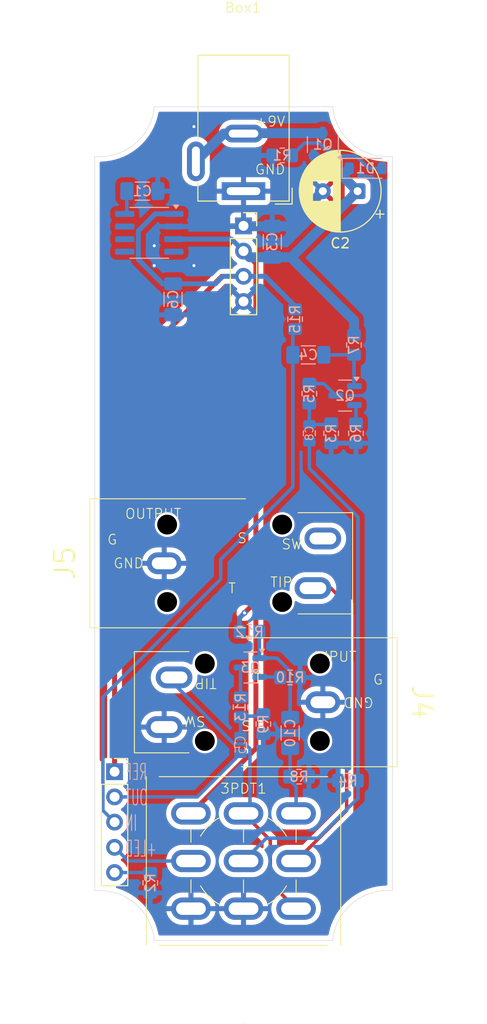
<source format=kicad_pcb>
(kicad_pcb (version 20241229) (generator "pcbnew") (generator_version "9.0")
  (layers (0 "F.Cu" jumper) (2 "B.Cu" signal) (13 "F.Paste" user) (15 "B.Paste" user) (5 "F.SilkS" user "F.Silkscreen") (7 "B.SilkS" user "B.Silkscreen") (1 "F.Mask" user) (3 "B.Mask" user) (25 "Edge.Cuts" user))
  (net 0 "")
  (net 1 "VIN")
  (net 2 "Net-(U1-NOISE_REDUCTION)")
  (net 3 "GND")
  (net 4 "IN^{EFF}")
  (net 5 "GNDREF")
  (net 6 "IN^{RAW}")
  (net 7 "OUT^{RAW}")
  (net 8 "Net-(D1-A)")
  (net 9 "Net-(Q2-D)")
  (net 10 "IN^{CONN}")
  (net 11 "Net-(C8-Pad2)")
  (net 12 "LED+")
  (net 13 "OUT^{CONN}")
  (net 14 "Net-(C5-Pad2)")
  (net 15 "OUT^{EFF}")
  (net 16 "LED-")
  (net 22 "PWRIN")
  (net 23 "Net-(Q3-D)")
  (net 24 "Net-(Q2-S)")
  (net 25 "Net-(Q2-G)")
  (net 26 "Net-(Q3-S)")
  (net 27 "Net-(Q3-G)")
  (footprint "Connector_BarrelJack:BarrelJack_Wuerth_6941xx301002" (layer "F.Cu") (at 100 66.5 180)
    (property "Reference" "J3" (hide yes))
    (property "Value" "Barrel_Jack_Switch")
    (pad "1" thru_hole rect (at 0 0 180) (size 4.4 1.8) (drill oval 3.4 0.8) (layers "*.Cu" "*.Mask") (net 3 "GND"))
    (pad "2" thru_hole oval (at 0 5.8 180) (size 4 1.8) (drill oval 3 0.8) (layers "*.Cu" "*.Mask") (net 22 "PWRIN"))
    (pad "3" thru_hole oval (at 4.8 3 270) (size 4 1.8) (drill oval 3 0.8) (layers "*.Cu" "*.Mask") (net 22 "PWRIN"))
  )
  (footprint "Connector_PinSocket_2.54mm:PinSocket_1x04_P2.54mm_Vertical" (layer "F.Cu") (at 100 70)
    (property "Reference" "J1" (hide yes))
    (property "Value" "Conn_01x04_Pin")
    (pad "1" thru_hole rect (at 0 0) (size 1.7 1.7) (drill 1) (layers "*.Cu" "*.Mask") (net 3 "GND"))
    (pad "2" thru_hole circle (at 0 2.54) (size 1.7 1.7) (drill 1) (layers "*.Cu" "*.Mask") (net 1 "VIN"))
    (pad "3" thru_hole circle (at 0 5.08) (size 1.7 1.7) (drill 1) (layers "*.Cu" "*.Mask") (net 5 "GNDREF"))
    (pad "4" thru_hole circle (at 0 7.62) (size 1.7 1.7) (drill 1) (layers "*.Cu" "*.Mask") (net 3 "GND"))
  )
  (footprint "Connector_PinSocket_2.54mm:PinSocket_1x05_P2.54mm_Vertical" (layer "F.Cu") (at 87 125)
    (property "Reference" "J2" (hide yes))
    (property "Value" "Conn_01x05_Pin")
    (pad "1" thru_hole rect (at 0 0) (size 1.7 1.7) (drill 1) (layers "*.Cu" "*.Mask") (net 5 "GNDREF"))
    (pad "2" thru_hole circle (at 0 2.54) (size 1.7 1.7) (drill 1) (layers "*.Cu" "*.Mask") (net 15 "OUT^{EFF}"))
    (pad "3" thru_hole circle (at 0 5.08) (size 1.7 1.7) (drill 1) (layers "*.Cu" "*.Mask") (net 4 "IN^{EFF}"))
    (pad "4" thru_hole circle (at 0 7.62) (size 1.7 1.7) (drill 1) (layers "*.Cu" "*.Mask") (net 12 "LED+"))
    (pad "5" thru_hole circle (at 0 10.16) (size 1.7 1.7) (drill 1) (layers "*.Cu" "*.Mask") (net 16 "LED-"))
  )
  (footprint "Capacitor_THT:CP_Radial_D8.0mm_P3.50mm" (layer "F.Cu") (at 111.5 66.5 180)
    (property "Reference" "C2" (at 1.75 -5.25 0) (layer "F.SilkS"))
    (property "Value" "100uF")
    (pad "1" thru_hole roundrect (at 0 0 180) (size 1.6 1.6) (drill 0.8) (layers "*.Cu" "*.Mask") (roundrect_rratio 0.15625) (net 1 "VIN"))
    (pad "2" thru_hole circle (at 3.5 0 180) (size 1.6 1.6) (drill 0.8) (layers "*.Cu" "*.Mask") (net 3 "GND"))
  )
  (footprint "Mylib:1590A" (layer "F.Cu") (at 100 100)
    (property "Reference" "Box1" (at -0.05 -52 0) (layer "F.SilkS") (effects (font (thickness 0.1))))
    (property "Value" "1590A")
  )
  (footprint "Mylib:3PDT-Stomp-Switch" (layer "F.Cu") (at 100 134)
    (property "Reference" "3PDT1" (at 0 -7.3 0) (layer "F.SilkS") (effects (font (thickness 0.1))))
    (property "Value" "3PDT")
    (pad "1" thru_hole oval (at -5.3 -4.8) (size 4 2.25) (drill oval 3 1.25) (layers "*.Cu" "*.Mask") (net 1 "VIN"))
    (pad "2" thru_hole oval (at -5.3 0) (size 4 2.25) (drill oval 3 1.25) (layers "*.Cu" "*.Mask") (net 12 "LED+"))
    (pad "3" thru_hole oval (at -5.3 4.8) (size 4 2.25) (drill oval 3 1.25) (layers "*.Cu" "*.Mask") (net 3 "GND"))
    (pad "4" thru_hole oval (at 0 -4.8) (size 4 2.25) (drill oval 3 1.25) (layers "*.Cu" "*.Mask") (net 10 "IN^{CONN}"))
    (pad "5" thru_hole oval (at 0 0) (size 4 2.25) (drill oval 3 1.25) (layers "*.Cu" "*.Mask") (net 6 "IN^{RAW}"))
    (pad "6" thru_hole oval (at 0 4.8) (size 4 2.25) (drill oval 3 1.25) (layers "*.Cu" "*.Mask") (net 3 "GND"))
    (pad "7" thru_hole oval (at 5.3 -4.8) (size 4 2.25) (drill oval 3 1.25) (layers "*.Cu" "*.Mask") (net 7 "OUT^{RAW}"))
    (pad "8" thru_hole oval (at 5.3 0) (size 4 2.25) (drill oval 3 1.25) (layers "*.Cu" "*.Mask") (net 13 "OUT^{CONN}"))
    (pad "9" thru_hole oval (at 5.3 4.8) (size 4 2.25) (drill oval 3 1.25) (layers "*.Cu" "*.Mask") (net 10 "IN^{CONN}"))
  )
  (footprint "Mylib:CK-6.35" (layer "F.Cu") (at 108 118 180)
    (property "Reference" "J4" (at -10 0 270) (layer "F.SilkS") (effects (font (size 2 2) (thickness 0.2))))
    (property "Value" "AudioJack2_Ground")
    (fp_text user "TIP" (at 13 2.5 180) (layer "F.SilkS") (effects (font (thickness 0.1)) (justify right bottom)))
    (fp_text user "SW" (at 14 -2.5 180) (layer "F.SilkS") (effects (font (thickness 0.1)) (justify right top)))
    (fp_text user "G" (at -5 1.7 0) (layer "F.SilkS") (effects (font (thickness 0.1)) (justify left bottom)))
    (fp_text user "T" (at 7 1.8 0) (layer "F.SilkS") (effects (font (thickness 0.1)) (justify left bottom)))
    (fp_text user "GND" (at -2 0 180) (layer "F.SilkS") (effects (font (thickness 0.1)) (justify right)))
    (fp_text user "S" (at 8.3 -3 0) (layer "F.SilkS") (effects (font (thickness 0.1)) (justify left bottom)))
    (pad "" np_thru_hole circle (at 0.3 -3.9 180) (size 2.54 2.54) (drill 2) (layers "*.Mask"))
    (pad "" np_thru_hole circle (at 0.3 3.9 180) (size 2.54 2.54) (drill 2) (layers "*.Mask"))
    (pad "" np_thru_hole circle (at 11.9 -3.9 180) (size 2.54 2.54) (drill 2) (layers "*.Mask"))
    (pad "" np_thru_hole circle (at 11.9 3.9 180) (size 2.54 2.54) (drill 2) (layers "*.Mask"))
    (pad "G" thru_hole oval (at 0 0 180) (size 3.5 2.2) (drill oval 2.5 1.2) (layers "*.Cu" "*.Mask") (net 3 "GND"))
    (pad "S" thru_hole oval (at 16 -2.5 180) (size 3.7 2.2) (drill oval 2.7 1.2) (layers "*.Cu" "*.Mask") (net 3 "GND"))
    (pad "T" thru_hole oval (at 15 2.5 180) (size 3.7 2.2) (drill oval 2.7 1.2) (layers "*.Cu" "*.Mask") (net 10 "IN^{CONN}"))
  )
  (footprint "Mylib:CK-6.35" (layer "F.Cu") (at 92 104)
    (property "Reference" "J5" (at -10 0 90) (layer "F.SilkS") (effects (font (size 2 2) (thickness 0.2))))
    (property "Value" "AudioJack2_Ground")
    (fp_text user "TIP" (at 13 2.5 0) (layer "F.SilkS") (effects (font (thickness 0.1)) (justify right bottom)))
    (fp_text user "GND" (at -2 0 0) (layer "F.SilkS") (effects (font (thickness 0.1)) (justify right)))
    (fp_text user "S" (at 8.4 -3.2 180) (layer "F.SilkS") (effects (font (thickness 0.1)) (justify left bottom)))
    (fp_text user "SW" (at 14 -2.5 0) (layer "F.SilkS") (effects (font (thickness 0.1)) (justify right top)))
    (fp_text user "G" (at -5.8 -1.8 0) (layer "F.SilkS") (effects (font (thickness 0.1)) (justify left bottom)))
    (fp_text user "T" (at 6.4 3.1 0) (layer "F.SilkS") (effects (font (thickness 0.1)) (justify left bottom)))
    (pad "" np_thru_hole circle (at 0.3 -3.9) (size 2.54 2.54) (drill 2) (layers "*.Mask"))
    (pad "" np_thru_hole circle (at 0.3 3.9) (size 2.54 2.54) (drill 2) (layers "*.Mask"))
    (pad "" np_thru_hole circle (at 11.9 -3.9) (size 2.54 2.54) (drill 2) (layers "*.Mask"))
    (pad "" np_thru_hole circle (at 11.9 3.9) (size 2.54 2.54) (drill 2) (layers "*.Mask"))
    (pad "G" thru_hole oval (at 0 0) (size 3.5 2.2) (drill oval 2.5 1.2) (layers "*.Cu" "*.Mask") (net 3 "GND"))
    (pad "S" thru_hole oval (at 16 -2.5) (size 3.7 2.2) (drill oval 2.7 1.2) (layers "*.Cu" "*.Mask"))
    (pad "T" thru_hole oval (at 15 2.5) (size 3.7 2.2) (drill oval 2.7 1.2) (layers "*.Cu" "*.Mask") (net 13 "OUT^{CONN}"))
  )
  (footprint "Capacitor_SMD:C_1206_3216Metric_Pad1.33x1.80mm_HandSolder" (layer "B.Cu") (at 102.9 71.6 90)
    (property "Reference" "C3" (at 0 0 90) (layer "B.SilkS") (effects (justify mirror)))
    (property "Value" "10uF")
    (pad "1" smd roundrect (at -1.5625 0 90) (size 1.325 1.8) (layers "B.Cu" "B.Mask" "B.Paste") (roundrect_rratio 0.188679) (net 1 "VIN"))
    (pad "2" smd roundrect (at 1.5625 0 90) (size 1.325 1.8) (layers "B.Cu" "B.Mask" "B.Paste") (roundrect_rratio 0.188679) (net 3 "GND"))
  )
  (footprint "Package_TO_SOT_SMD:SOT-23-3" (layer "B.Cu") (at 108 61.8 90)
    (property "Reference" "Q1" (at 0 0 0) (layer "B.SilkS") (effects (justify mirror)))
    (property "Value" "40V")
    (pad "1" smd roundrect (at -1.1375 0.95 90) (size 1.325 0.6) (layers "B.Cu" "B.Mask" "B.Paste") (net 8 "Net-(D1-A)"))
    (pad "2" smd roundrect (at -1.1375 -0.95 90) (size 1.325 0.6) (layers "B.Cu" "B.Mask" "B.Paste") (net 1 "VIN"))
    (pad "3" smd roundrect (at 1.1375 0 90) (size 1.325 0.6) (layers "B.Cu" "B.Mask" "B.Paste") (net 22 "PWRIN"))
  )
  (footprint "Mylib:C_0704_1810Metric" (layer "B.Cu") (at 99.7 122.3 90)
    (property "Reference" "C5" (at 0 0 90) (layer "B.SilkS") (effects (font (thickness 0.1)) (justify mirror)))
    (property "Value" "0.1uF")
    (pad "1" smd roundrect (at -0.875 0 90) (size 0.9 1.25) (layers "B.Cu" "B.Mask" "B.Paste") (roundrect_rratio 0.2) (net 15 "OUT^{EFF}"))
    (pad "2" smd roundrect (at 0.875 0 90) (size 0.9 1.25) (layers "B.Cu" "B.Mask" "B.Paste") (roundrect_rratio 0.2) (net 14 "Net-(C5-Pad2)"))
  )
  (footprint "Mylib:C_0704_1810Metric" (layer "B.Cu") (at 106.6375 90.9 90)
    (property "Reference" "C8" (at 0 0 90) (layer "B.SilkS") (effects (font (size 0.8 0.8) (thickness 0.1)) (justify mirror)))
    (property "Value" "0.1uF")
    (pad "1" smd roundrect (at -0.875 0 90) (size 0.9 1.25) (layers "B.Cu" "B.Mask" "B.Paste") (roundrect_rratio 0.2) (net 6 "IN^{RAW}"))
    (pad "2" smd roundrect (at 0.875 0 90) (size 0.9 1.25) (layers "B.Cu" "B.Mask" "B.Paste") (roundrect_rratio 0.2) (net 11 "Net-(C8-Pad2)"))
  )
  (footprint "Resistor_SMD:R_0805_2012Metric_Pad1.20x1.40mm_HandSolder" (layer "B.Cu") (at 100.6 110.9 180)
    (property "Reference" "R12" (at 0 0 0) (layer "B.SilkS") (effects (justify mirror)))
    (property "Value" "14.3k")
    (pad "1" smd roundrect (at -1 0 180) (size 1.2 1.4) (layers "B.Cu" "B.Mask" "B.Paste") (roundrect_rratio 0.208333) (net 23 "Net-(Q3-D)"))
    (pad "2" smd roundrect (at 1 0 180) (size 1.2 1.4) (layers "B.Cu" "B.Mask" "B.Paste") (roundrect_rratio 0.208333) (net 1 "VIN"))
  )
  (footprint "Capacitor_SMD:C_1206_3216Metric_Pad1.33x1.80mm_HandSolder" (layer "B.Cu") (at 92.9 77.4 -90)
    (property "Reference" "C6" (at 0 0 90) (layer "B.SilkS") (effects (justify mirror)))
    (property "Value" "10uF")
    (pad "1" smd roundrect (at -1.5625 0 270) (size 1.325 1.8) (layers "B.Cu" "B.Mask" "B.Paste") (roundrect_rratio 0.188679) (net 5 "GNDREF"))
    (pad "2" smd roundrect (at 1.5625 0 270) (size 1.325 1.8) (layers "B.Cu" "B.Mask" "B.Paste") (roundrect_rratio 0.188679) (net 3 "GND"))
  )
  (footprint "Resistor_SMD:R_0805_2012Metric_Pad1.20x1.40mm_HandSolder" (layer "B.Cu") (at 102 120.2 -90)
    (property "Reference" "R9" (at 0 0 90) (layer "B.SilkS") (effects (justify mirror)))
    (property "Value" "470k")
    (pad "1" smd roundrect (at -1 0 270) (size 1.2 1.4) (layers "B.Cu" "B.Mask" "B.Paste") (roundrect_rratio 0.208333) (net 14 "Net-(C5-Pad2)"))
    (pad "2" smd roundrect (at 1 0 270) (size 1.2 1.4) (layers "B.Cu" "B.Mask" "B.Paste") (roundrect_rratio 0.208333) (net 3 "GND"))
  )
  (footprint "Diode_SMD:D_SOD-123" (layer "B.Cu") (at 112.3 64.2)
    (property "Reference" "D1" (at 0 0 0) (layer "B.SilkS") (effects (justify mirror)))
    (property "Value" "12V")
    (pad "1" smd roundrect (at -1.65 0) (size 0.9 1.2) (layers "B.Cu" "B.Mask" "B.Paste") (net 1 "VIN"))
    (pad "2" smd roundrect (at 1.65 0) (size 0.9 1.2) (layers "B.Cu" "B.Mask" "B.Paste") (net 8 "Net-(D1-A)"))
  )
  (footprint "Resistor_SMD:R_0805_2012Metric_Pad1.20x1.40mm_HandSolder" (layer "B.Cu") (at 111.1375 82 90)
    (property "Reference" "R7" (at 0 0 90) (layer "B.SilkS") (effects (justify mirror)))
    (property "Value" "14.3k")
    (pad "1" smd roundrect (at -1 0 90) (size 1.2 1.4) (layers "B.Cu" "B.Mask" "B.Paste") (roundrect_rratio 0.208333) (net 9 "Net-(Q2-D)"))
    (pad "2" smd roundrect (at 1 0 90) (size 1.2 1.4) (layers "B.Cu" "B.Mask" "B.Paste") (roundrect_rratio 0.208333) (net 1 "VIN"))
  )
  (footprint "Capacitor_SMD:C_1206_3216Metric_Pad1.33x1.80mm_HandSolder" (layer "B.Cu") (at 106.5375 83)
    (property "Reference" "C4" (at 0 0 0) (layer "B.SilkS") (effects (justify mirror)))
    (property "Value" "0.47uF")
    (pad "1" smd roundrect (at -1.5625 0) (size 1.325 1.8) (layers "B.Cu" "B.Mask" "B.Paste") (roundrect_rratio 0.188679) (net 4 "IN^{EFF}"))
    (pad "2" smd roundrect (at 1.5625 0) (size 1.325 1.8) (layers "B.Cu" "B.Mask" "B.Paste") (roundrect_rratio 0.188679) (net 9 "Net-(Q2-D)"))
  )
  (footprint "Resistor_SMD:R_0805_2012Metric_Pad1.20x1.40mm_HandSolder" (layer "B.Cu") (at 105.6 125.5)
    (property "Reference" "R8" (at 0 0 0) (layer "B.SilkS") (effects (justify mirror)))
    (property "Value" "100k")
    (pad "1" smd roundrect (at -1 0) (size 1.2 1.4) (layers "B.Cu" "B.Mask" "B.Paste") (roundrect_rratio 0.208333) (net 7 "OUT^{RAW}"))
    (pad "2" smd roundrect (at 1 0) (size 1.2 1.4) (layers "B.Cu" "B.Mask" "B.Paste") (roundrect_rratio 0.208333) (net 3 "GND"))
  )
  (footprint "Resistor_SMD:R_0805_2012Metric_Pad1.20x1.40mm_HandSolder" (layer "B.Cu") (at 106.6375 86.9 90)
    (property "Reference" "R5" (at 0 0 90) (layer "B.SilkS") (effects (justify mirror)))
    (property "Value" "1k")
    (pad "1" smd roundrect (at -1 0 90) (size 1.2 1.4) (layers "B.Cu" "B.Mask" "B.Paste") (roundrect_rratio 0.208333) (net 11 "Net-(C8-Pad2)"))
    (pad "2" smd roundrect (at 1 0 90) (size 1.2 1.4) (layers "B.Cu" "B.Mask" "B.Paste") (roundrect_rratio 0.208333) (net 25 "Net-(Q2-G)"))
  )
  (footprint "Package_SO:SOIC-8_3.9x4.9mm_P1.27mm" (layer "B.Cu") (at 90.5 70.7 180)
    (property "Reference" "U1" (hide yes))
    (property "Value" "TLE2426xD" (hide yes))
    (pad "1" smd roundrect (at -2.475 1.905 180) (size 1.95 0.6) (layers "B.Cu" "B.Mask" "B.Paste") (net 5 "GNDREF"))
    (pad "2" smd roundrect (at -2.475 0.635 180) (size 1.95 0.6) (layers "B.Cu" "B.Mask" "B.Paste") (net 3 "GND"))
    (pad "3" smd roundrect (at -2.475 -0.635 180) (size 1.95 0.6) (layers "B.Cu" "B.Mask" "B.Paste") (net 1 "VIN"))
    (pad "4" smd roundrect (at -2.475 -1.905 180) (size 1.95 0.6) (layers "B.Cu" "B.Mask" "B.Paste"))
    (pad "5" smd roundrect (at 2.475 -1.905 180) (size 1.95 0.6) (layers "B.Cu" "B.Mask" "B.Paste"))
    (pad "6" smd roundrect (at 2.475 -0.635 180) (size 1.95 0.6) (layers "B.Cu" "B.Mask" "B.Paste"))
    (pad "7" smd roundrect (at 2.475 0.635 180) (size 1.95 0.6) (layers "B.Cu" "B.Mask" "B.Paste"))
    (pad "8" smd roundrect (at 2.475 1.905 180) (size 1.95 0.6) (layers "B.Cu" "B.Mask" "B.Paste") (net 2 "Net-(U1-NOISE_REDUCTION)"))
  )
  (footprint "Resistor_SMD:R_0805_2012Metric_Pad1.20x1.40mm_HandSolder" (layer "B.Cu") (at 90.6 136.2 -90)
    (property "Reference" "R2" (at 0 0 90) (layer "B.SilkS") (effects (justify mirror)))
    (property "Value" "10k")
    (pad "1" smd roundrect (at -1 0 270) (size 1.2 1.4) (layers "B.Cu" "B.Mask" "B.Paste") (roundrect_rratio 0.208333) (net 16 "LED-"))
    (pad "2" smd roundrect (at 1 0 270) (size 1.2 1.4) (layers "B.Cu" "B.Mask" "B.Paste") (roundrect_rratio 0.208333) (net 3 "GND"))
  )
  (footprint "Resistor_SMD:R_0805_2012Metric_Pad1.20x1.40mm_HandSolder" (layer "B.Cu") (at 111.3375 90.9 90)
    (property "Reference" "R6" (at 0 0 90) (layer "B.SilkS") (effects (justify mirror)))
    (property "Value" "10k")
    (pad "1" smd roundrect (at -1 0 90) (size 1.2 1.4) (layers "B.Cu" "B.Mask" "B.Paste") (roundrect_rratio 0.208333) (net 3 "GND"))
    (pad "2" smd roundrect (at 1 0 90) (size 1.2 1.4) (layers "B.Cu" "B.Mask" "B.Paste") (roundrect_rratio 0.208333) (net 24 "Net-(Q2-S)"))
  )
  (footprint "Capacitor_SMD:C_1206_3216Metric_Pad1.33x1.80mm_HandSolder" (layer "B.Cu") (at 89.8 66.5)
    (property "Reference" "C1" (at 0 0 0) (layer "B.SilkS") (effects (justify mirror)))
    (property "Value" "1uF")
    (pad "1" smd roundrect (at -1.5625 0) (size 1.325 1.8) (layers "B.Cu" "B.Mask" "B.Paste") (roundrect_rratio 0.188679) (net 2 "Net-(U1-NOISE_REDUCTION)"))
    (pad "2" smd roundrect (at 1.5625 0) (size 1.325 1.8) (layers "B.Cu" "B.Mask" "B.Paste") (roundrect_rratio 0.188679) (net 3 "GND"))
  )
  (footprint "Capacitor_SMD:C_1206_3216Metric_Pad1.33x1.80mm_HandSolder" (layer "B.Cu") (at 104.7 121.1 90)
    (property "Reference" "C10" (at 0 0 90) (layer "B.SilkS") (effects (justify mirror)))
    (property "Value" "0.47uF")
    (pad "1" smd roundrect (at -1.5625 0 90) (size 1.325 1.8) (layers "B.Cu" "B.Mask" "B.Paste") (roundrect_rratio 0.188679) (net 7 "OUT^{RAW}"))
    (pad "2" smd roundrect (at 1.5625 0 90) (size 1.325 1.8) (layers "B.Cu" "B.Mask" "B.Paste") (roundrect_rratio 0.188679) (net 23 "Net-(Q3-D)"))
  )
  (footprint "Resistor_SMD:R_0805_2012Metric_Pad1.20x1.40mm_HandSolder" (layer "B.Cu") (at 103.9 62.9 180)
    (property "Reference" "R1" (at 0 0 0) (layer "B.SilkS") (effects (justify mirror)))
    (property "Value" "100k")
    (pad "1" smd roundrect (at -1 0 180) (size 1.2 1.4) (layers "B.Cu" "B.Mask" "B.Paste") (roundrect_rratio 0.208333) (net 8 "Net-(D1-A)"))
    (pad "2" smd roundrect (at 1 0 180) (size 1.2 1.4) (layers "B.Cu" "B.Mask" "B.Paste") (roundrect_rratio 0.208333) (net 3 "GND"))
  )
  (footprint "Resistor_SMD:R_0805_2012Metric_Pad1.20x1.40mm_HandSolder" (layer "B.Cu") (at 110.5375 125.9 180)
    (property "Reference" "R4" (at 0 0 0) (layer "B.SilkS") (effects (justify mirror)))
    (property "Value" "1M0" (hide yes))
    (pad "1" smd roundrect (at -1 0 180) (size 1.2 1.4) (layers "B.Cu" "B.Mask" "B.Paste") (roundrect_rratio 0.208333) (net 6 "IN^{RAW}"))
    (pad "2" smd roundrect (at 1 0 180) (size 1.2 1.4) (layers "B.Cu" "B.Mask" "B.Paste") (roundrect_rratio 0.208333) (net 3 "GND"))
  )
  (footprint "Package_TO_SOT_SMD:SOT-23" (layer "B.Cu") (at 100.7 114.5 180)
    (property "Reference" "Q3" (at 0 0 0) (layer "B.SilkS") (effects (justify mirror)))
    (property "Value" "MMBFJ201")
    (pad "1" smd roundrect (at -0.9375 0.95 180) (size 1.475 0.6) (layers "B.Cu" "B.Mask" "B.Paste") (net 23 "Net-(Q3-D)"))
    (pad "2" smd roundrect (at -0.9375 -0.95 180) (size 1.475 0.6) (layers "B.Cu" "B.Mask" "B.Paste") (net 26 "Net-(Q3-S)"))
    (pad "3" smd roundrect (at 0.9375 0 180) (size 1.475 0.6) (layers "B.Cu" "B.Mask" "B.Paste") (net 27 "Net-(Q3-G)"))
  )
  (footprint "Resistor_SMD:R_0805_2012Metric_Pad1.20x1.40mm_HandSolder" (layer "B.Cu") (at 108.8375 90.9 -90)
    (property "Reference" "R3" (at 0 0 90) (layer "B.SilkS") (effects (justify mirror)))
    (property "Value" "470k")
    (pad "1" smd roundrect (at -1 0 270) (size 1.2 1.4) (layers "B.Cu" "B.Mask" "B.Paste") (roundrect_rratio 0.208333) (net 11 "Net-(C8-Pad2)"))
    (pad "2" smd roundrect (at 1 0 270) (size 1.2 1.4) (layers "B.Cu" "B.Mask" "B.Paste") (roundrect_rratio 0.208333) (net 3 "GND"))
  )
  (footprint "Resistor_SMD:R_0805_2012Metric_Pad1.20x1.40mm_HandSolder" (layer "B.Cu") (at 105.2 79.4 90)
    (property "Reference" "R15" (at 0 0 90) (layer "B.SilkS") (effects (justify mirror)))
    (property "Value" "100k")
    (pad "1" smd roundrect (at -1 0 90) (size 1.2 1.4) (layers "B.Cu" "B.Mask" "B.Paste") (roundrect_rratio 0.208333) (net 4 "IN^{EFF}"))
    (pad "2" smd roundrect (at 1 0 90) (size 1.2 1.4) (layers "B.Cu" "B.Mask" "B.Paste") (roundrect_rratio 0.208333) (net 5 "GNDREF"))
  )
  (footprint "Package_TO_SOT_SMD:SOT-23" (layer "B.Cu") (at 110.2375 87.1 180)
    (property "Reference" "Q2" (at 0 0 0) (layer "B.SilkS") (effects (justify mirror)))
    (property "Value" "MMBFJ201")
    (pad "1" smd roundrect (at -0.9375 0.95 180) (size 1.475 0.6) (layers "B.Cu" "B.Mask" "B.Paste") (net 9 "Net-(Q2-D)"))
    (pad "2" smd roundrect (at -0.9375 -0.95 180) (size 1.475 0.6) (layers "B.Cu" "B.Mask" "B.Paste") (net 24 "Net-(Q2-S)"))
    (pad "3" smd roundrect (at 0.9375 0 180) (size 1.475 0.6) (layers "B.Cu" "B.Mask" "B.Paste") (net 25 "Net-(Q2-G)"))
  )
  (footprint "Resistor_SMD:R_0805_2012Metric_Pad1.20x1.40mm_HandSolder" (layer "B.Cu") (at 99.7 118.5 90)
    (property "Reference" "R13" (at 0 0 90) (layer "B.SilkS") (effects (justify mirror)))
    (property "Value" "1k")
    (pad "1" smd roundrect (at -1 0 90) (size 1.2 1.4) (layers "B.Cu" "B.Mask" "B.Paste") (roundrect_rratio 0.208333) (net 14 "Net-(C5-Pad2)"))
    (pad "2" smd roundrect (at 1 0 90) (size 1.2 1.4) (layers "B.Cu" "B.Mask" "B.Paste") (roundrect_rratio 0.208333) (net 27 "Net-(Q3-G)"))
  )
  (footprint "Resistor_SMD:R_0805_2012Metric_Pad1.20x1.40mm_HandSolder" (layer "B.Cu") (at 104.7 115.5 180)
    (property "Reference" "R10" (at 0 0 0) (layer "B.SilkS") (effects (justify mirror)))
    (property "Value" "10k")
    (pad "1" smd roundrect (at -1 0 180) (size 1.2 1.4) (layers "B.Cu" "B.Mask" "B.Paste") (roundrect_rratio 0.208333) (net 3 "GND"))
    (pad "2" smd roundrect (at 1 0 180) (size 1.2 1.4) (layers "B.Cu" "B.Mask" "B.Paste") (roundrect_rratio 0.208333) (net 26 "Net-(Q3-S)"))
  )
  (gr_arc (start 109 142) (mid 110.964466 138.257359) (end 115 137) (stroke (width 0.05)) (layer "Edge.Cuts"))
  (gr_arc (start 91 58) (mid 89.035534 61.742641) (end 85 63) (stroke (width 0.05)) (layer "Edge.Cuts"))
  (gr_arc (start 115 63) (mid 110.964466 61.742641) (end 109 58) (stroke (width 0.05)) (layer "Edge.Cuts"))
  (gr_line (start 91 142) (end 109 142) (stroke (width 0.05)) (layer "Edge.Cuts"))
  (gr_line (start 115 63) (end 115 137) (stroke (width 0.05)) (layer "Edge.Cuts"))
  (gr_line (start 91 58) (end 109 58) (stroke (width 0.05)) (layer "Edge.Cuts"))
  (gr_line (start 85 137) (end 85 63) (stroke (width 0.05)) (layer "Edge.Cuts"))
  (gr_arc (start 85 137) (mid 89.035534 138.257359) (end 91 142) (stroke (width 0.05)) (layer "Edge.Cuts"))
  (gr_text "INPUT" (at 107 114 0) (layer "F.SilkS") (effects (font (size 1 1) (thickness 0.1)) (justify left bottom)))
  (gr_text "+9V\n\n\nGND" (at 101.1 64.9 0) (layer "F.SilkS") (effects (font (size 1 1) (thickness 0.1)) (justify left bottom)))
  (gr_text "OUTPUT" (at 88 99.6 0) (layer "F.SilkS") (effects (font (size 1 1) (thickness 0.1)) (justify left bottom)))
  (gr_text "REF\nOUT\nIN\n+LED" (at 88 124.1 0) (layer "B.SilkS") (effects (font (size 1.6 0.8) (thickness 0.1)) (justify right top mirror)))
  (segment (start 101 108.1) (end 101.251 108.1) (width 0.5) (layer "F.Cu") (net 1))
  (segment (start 101.251 108.1) (end 101.251 122.649) (width 0.5) (layer "F.Cu") (net 1))
  (segment (start 100.1 109) (end 101 108.1) (width 0.5) (layer "F.Cu") (net 1))
  (segment (start 100 72.54) (end 101.251 73.791) (width 0.5) (layer "F.Cu") (net 1))
  (segment (start 101.251 73.791) (end 101.251 108.1) (width 0.5) (layer "F.Cu") (net 1))
  (segment (start 101.251 122.649) (end 94.7 129.2) (width 0.5) (layer "F.Cu") (net 1))
  (via (at 100.1 109) (size 0.6) (drill 0.3) (layers "F.Cu" "B.Cu") (net 1))
  (segment (start 107.05 62.9375) (end 107.150558 62.9375) (width 1) (layer "B.Cu") (net 1))
  (segment (start 109.95 64.95) (end 111.5 66.5) (width 1) (layer "B.Cu") (net 1))
  (segment (start 110.65 64.25) (end 109.95 64.95) (width 1) (layer "B.Cu") (net 1))
  (segment (start 92.975 71.335) (end 98.795 71.335) (width 0.5) (layer "B.Cu") (net 1))
  (segment (start 99.6 109.5) (end 100.1 109) (width 0.5) (layer "B.Cu") (net 1))
  (segment (start 104.8375 73.2375) (end 111.1375 79.5375) (width 1) (layer "B.Cu") (net 1))
  (segment (start 102.9 73.1625) (end 104.8375 73.1625) (width 1) (layer "B.Cu") (net 1))
  (segment (start 100.6225 73.1625) (end 100 72.54) (width 1) (layer "B.Cu") (net 1))
  (segment (start 107.150558 62.9375) (end 108.464058 64.251) (width 1) (layer "B.Cu") (net 1))
  (segment (start 99.6 110.9) (end 99.6 109.5) (width 0.5) (layer "B.Cu") (net 1))
  (segment (start 110.65 64.2) (end 110.65 64.25) (width 1) (layer "B.Cu") (net 1))
  (segment (start 108.464058 64.251) (end 109.251 64.251) (width 1) (layer "B.Cu") (net 1))
  (segment (start 102.9 73.1625) (end 100.6225 73.1625) (width 1) (layer "B.Cu") (net 1))
  (segment (start 104.8375 73.1625) (end 111.5 66.5) (width 1) (layer "B.Cu") (net 1))
  (segment (start 98.795 71.335) (end 100 72.54) (width 0.5) (layer "B.Cu") (net 1))
  (segment (start 104.8375 73.1625) (end 104.8375 73.2375) (width 1) (layer "B.Cu") (net 1))
  (segment (start 111.1375 79.5375) (end 111.1375 81) (width 1) (layer "B.Cu") (net 1))
  (segment (start 109.251 64.251) (end 109.95 64.95) (width 1) (layer "B.Cu") (net 1))
  (segment (start 88.2375 68.5825) (end 88.025 68.795) (width 0.35) (layer "B.Cu") (net 2))
  (segment (start 88.2375 66.5) (end 88.2375 68.5825) (width 0.35) (layer "B.Cu") (net 2))
  (via (at 91 72) (size 0.6) (drill 0.3) (layers "F.Cu" "B.Cu") (net 3))
  (via (at 91 74) (size 0.6) (drill 0.3) (layers "F.Cu" "B.Cu") (net 3))
  (via (at 95 74) (size 0.6) (drill 0.3) (layers "F.Cu" "B.Cu") (net 3))
  (via (at 95 60) (size 0.6) (drill 0.3) (layers "F.Cu" "B.Cu") (net 3))
  (segment (start 104.4625 70.0375) (end 108 66.5) (width 1) (layer "B.Cu") (net 3))
  (segment (start 102.9 70.0375) (end 104.4625 70.0375) (width 1) (layer "B.Cu") (net 3))
  (segment (start 102.9 70.0375) (end 100.0375 70.0375) (width 1) (layer "B.Cu") (net 3))
  (segment (start 92.975 70.065) (end 99.935 70.065) (width 0.5) (layer "B.Cu") (net 3))
  (segment (start 85.824 117.476) (end 97.7 105.6) (width 0.35) (layer "B.Cu") (net 4))
  (segment (start 97.7 105.6) (end 97.7 103.6) (width 0.35) (layer "B.Cu") (net 4))
  (segment (start 85.824 128.904) (end 85.824 117.476) (width 0.35) (layer "B.Cu") (net 4))
  (segment (start 104.975 83) (end 104.975 80.625) (width 0.35) (layer "B.Cu") (net 4))
  (segment (start 97.7 103.6) (end 104.975 96.325) (width 0.35) (layer "B.Cu") (net 4))
  (segment (start 104.975 80.625) (end 105.2 80.4) (width 0.35) (layer "B.Cu") (net 4))
  (segment (start 104.975 96.325) (end 104.975 83) (width 0.35) (layer "B.Cu") (net 4))
  (segment (start 105.1375 82.8375) (end 104.975 83) (width 0.35) (layer "B.Cu") (net 4))
  (segment (start 87 130.08) (end 85.824 128.904) (width 0.35) (layer "B.Cu") (net 4))
  (segment (start 87 85.9) (end 87 125) (width 0.5) (layer "F.Cu") (net 5))
  (segment (start 100 75.08) (end 97.82 75.08) (width 0.5) (layer "F.Cu") (net 5))
  (segment (start 97.82 75.08) (end 87 85.9) (width 0.5) (layer "F.Cu") (net 5))
  (segment (start 97.1625 75.8375) (end 97.92 75.08) (width 0.5) (layer "B.Cu") (net 5))
  (segment (start 105.2 78.1) (end 102.18 75.08) (width 0.5) (layer "B.Cu") (net 5))
  (segment (start 100 75.08) (end 97.92 75.08) (width 0.5) (layer "B.Cu") (net 5))
  (segment (start 89.401 73.392364) (end 91.846136 75.8375) (width 0.5) (layer "B.Cu") (net 5))
  (segment (start 92.9 75.8375) (end 97.1625 75.8375) (width 0.5) (layer "B.Cu") (net 5))
  (segment (start 91.846136 75.8375) (end 92.9 75.8375) (width 0.5) (layer "B.Cu") (net 5))
  (segment (start 105.2 78.4) (end 105.2 78.1) (width 0.5) (layer "B.Cu") (net 5))
  (segment (start 92.975 68.795) (end 91.1025 68.795) (width 0.5) (layer "B.Cu") (net 5))
  (segment (start 91.1025 68.795) (end 89.401 70.4965) (width 0.5) (layer "B.Cu") (net 5))
  (segment (start 102.18 75.08) (end 100 75.08) (width 0.5) (layer "B.Cu") (net 5))
  (segment (start 89.401 70.4965) (end 89.401 73.392364) (width 0.5) (layer "B.Cu") (net 5))
  (segment (start 106.6375 94.4375) (end 106.6375 91.775) (width 0.35) (layer "B.Cu") (net 6))
  (segment (start 111.5375 127.7) (end 111.5 127.7) (width 0.35) (layer "B.Cu") (net 6))
  (segment (start 111.5375 125.9) (end 111.5375 99.3375) (width 0.35) (layer "B.Cu") (net 6))
  (segment (start 107.5 131.7) (end 102.3 131.7) (width 0.35) (layer "B.Cu") (net 6))
  (segment (start 111.5 127.7) (end 107.5 131.7) (width 0.35) (layer "B.Cu") (net 6))
  (segment (start 111.5375 99.3375) (end 106.6375 94.4375) (width 0.35) (layer "B.Cu") (net 6))
  (segment (start 102.3 131.7) (end 100 134) (width 0.35) (layer "B.Cu") (net 6))
  (segment (start 111.5375 125.9) (end 111.5375 127.7) (width 0.35) (layer "B.Cu") (net 6))
  (segment (start 104.7 125.4) (end 104.6 125.5) (width 0.35) (layer "B.Cu") (net 7))
  (segment (start 104.6 125.5) (end 104.6 125.8) (width 0.35) (layer "B.Cu") (net 7))
  (segment (start 105.3 126.5) (end 105.3 129.2) (width 0.35) (layer "B.Cu") (net 7))
  (segment (start 104.6 125.8) (end 105.3 126.5) (width 0.35) (layer "B.Cu") (net 7))
  (segment (start 104.7 122.6625) (end 104.7 125.4) (width 0.35) (layer "B.Cu") (net 7))
  (segment (start 112.6 64.2) (end 111.3375 62.9375) (width 0.35) (layer "B.Cu") (net 8))
  (segment (start 107.6635 61.651) (end 108.95 62.9375) (width 0.35) (layer "B.Cu") (net 8))
  (segment (start 113.95 64.2) (end 112.6 64.2) (width 0.35) (layer "B.Cu") (net 8))
  (segment (start 106.149 61.651) (end 107.6635 61.651) (width 0.35) (layer "B.Cu") (net 8))
  (segment (start 111.3375 62.9375) (end 108.95 62.9375) (width 0.35) (layer "B.Cu") (net 8))
  (segment (start 104.9 62.9) (end 106.149 61.651) (width 0.35) (layer "B.Cu") (net 8))
  (segment (start 111.1375 86.1125) (end 111.175 86.15) (width 0.35) (layer "B.Cu") (net 9))
  (segment (start 111.1375 83) (end 111.1375 86.1125) (width 0.35) (layer "B.Cu") (net 9))
  (segment (start 108.1 83) (end 111.1375 83) (width 0.35) (layer "B.Cu") (net 9))
  (segment (start 102.7 136.2) (end 105.3 138.8) (width 0.35) (layer "F.Cu") (net 10))
  (segment (start 102.7 131.9) (end 102.7 136.2) (width 0.35) (layer "F.Cu") (net 10))
  (segment (start 100 129.2) (end 102.7 131.9) (width 0.35) (layer "F.Cu") (net 10))
  (segment (start 100.651 122.690422) (end 100.161578 122.201) (width 0.35) (layer "B.Cu") (net 10))
  (segment (start 93 116.160578) (end 93 115.5) (width 0.35) (layer "B.Cu") (net 10))
  (segment (start 100.161578 122.201) (end 99.040422 122.201) (width 0.35) (layer "B.Cu") (net 10))
  (segment (start 100.651 128.549) (end 100.651 122.690422) (width 0.35) (layer "B.Cu") (net 10))
  (segment (start 99.040422 122.201) (end 93 116.160578) (width 0.35) (layer "B.Cu") (net 10))
  (segment (start 100 129.2) (end 100.651 128.549) (width 0.35) (layer "B.Cu") (net 10))
  (segment (start 108.7125 90.025) (end 108.8375 89.9) (width 0.35) (layer "B.Cu") (net 11))
  (segment (start 106.6375 87.9) (end 106.6375 90.025) (width 0.35) (layer "B.Cu") (net 11))
  (segment (start 106.6375 90.025) (end 108.7125 90.025) (width 0.35) (layer "B.Cu") (net 11))
  (segment (start 94.7 134) (end 88.38 134) (width 0.35) (layer "B.Cu") (net 12))
  (segment (start 88.38 134) (end 87 132.62) (width 0.35) (layer "B.Cu") (net 12))
  (segment (start 110.4 108.1) (end 108.8 106.5) (width 0.35) (layer "F.Cu") (net 13))
  (segment (start 108.8 106.5) (end 107 106.5) (width 0.35) (layer "F.Cu") (net 13))
  (segment (start 110.4 128.9) (end 105.3 134) (width 0.35) (layer "F.Cu") (net 13))
  (segment (start 110.4 108.1) (end 110.4 128.9) (width 0.35) (layer "F.Cu") (net 13))
  (segment (start 101.8 119.4) (end 99.8 119.4) (width 0.35) (layer "B.Cu") (net 14))
  (segment (start 99.8 119.4) (end 99.7 119.5) (width 0.35) (layer "B.Cu") (net 14))
  (segment (start 102 119.2) (end 101.8 119.4) (width 0.35) (layer "B.Cu") (net 14))
  (segment (start 99.7 119.5) (end 99.7 121.425) (width 0.35) (layer "B.Cu") (net 14))
  (segment (start 87 127.54) (end 95.335 127.54) (width 0.35) (layer "B.Cu") (net 15))
  (segment (start 95.335 127.54) (end 99.7 123.175) (width 0.35) (layer "B.Cu") (net 15))
  (segment (start 87 135.16) (end 90.16 135.16) (width 0.35) (layer "B.Cu") (net 16))
  (segment (start 100.0375 60.6625) (end 100 60.7) (width 1) (layer "B.Cu") (net 22))
  (segment (start 100 60.7) (end 98 60.7) (width 1) (layer "B.Cu") (net 22))
  (segment (start 108 60.6625) (end 100.0375 60.6625) (width 1) (layer "B.Cu") (net 22))
  (segment (start 98 60.7) (end 95.2 63.5) (width 1) (layer "B.Cu") (net 22))
  (segment (start 101.6375 113.55) (end 103.371514 113.55) (width 0.35) (layer "B.Cu") (net 23))
  (segment (start 101.6 113.5125) (end 101.6375 113.55) (width 0.35) (layer "B.Cu") (net 23))
  (segment (start 104.7 114.878486) (end 104.7 119.5375) (width 0.35) (layer "B.Cu") (net 23))
  (segment (start 101.6 110.9) (end 101.6 113.5125) (width 0.35) (layer "B.Cu") (net 23))
  (segment (start 103.371514 113.55) (end 104.7 114.878486) (width 0.35) (layer "B.Cu") (net 23))
  (segment (start 111.3375 89.9) (end 111.3375 88.2125) (width 0.35) (layer "B.Cu") (net 24))
  (segment (start 111.3375 88.2125) (end 111.175 88.05) (width 0.35) (layer "B.Cu") (net 24))
  (segment (start 106.6375 85.9) (end 108.1 85.9) (width 0.35) (layer "B.Cu") (net 25))
  (segment (start 108.1 85.9) (end 109.3 87.1) (width 0.35) (layer "B.Cu") (net 25))
  (segment (start 101.6375 115.45) (end 103.65 115.45) (width 0.35) (layer "B.Cu") (net 26))
  (segment (start 103.65 115.45) (end 103.7 115.5) (width 0.35) (layer "B.Cu") (net 26))
  (segment (start 99.7 117.5) (end 99.7 114.5625) (width 0.35) (layer "B.Cu") (net 27))
  (segment (start 99.7 114.5625) (end 99.7625 114.5) (width 0.35) (layer "B.Cu") (net 27))
  (zone (net 3) (net_name "GND") (layers "F.Cu" "B.Cu") (connect_pads (clearance 0.5)) (min_thickness 0.25) (fill yes (thermal_gap 0.5) (thermal_bridge_width 0.5) (smoothing fillet) (radius 1))
    (polygon (pts (xy 80.7 50) (xy 119.3 50) (xy 119.4 150) (xy 80.8 150)))
  )
)
</source>
